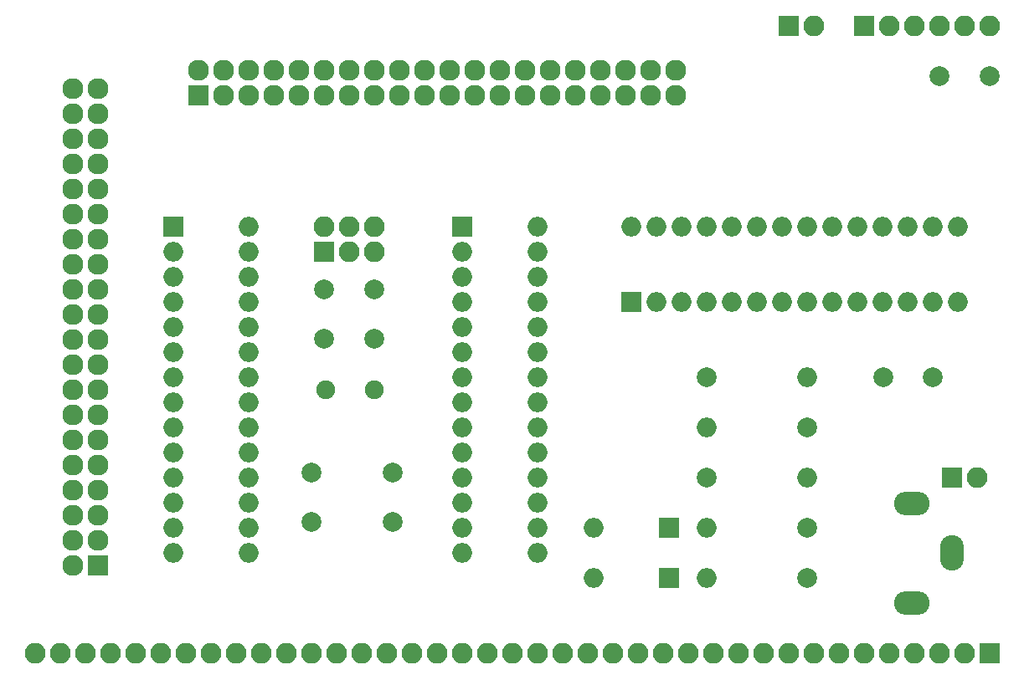
<source format=gts>
G04 #@! TF.FileFunction,Soldermask,Top*
%FSLAX46Y46*%
G04 Gerber Fmt 4.6, Leading zero omitted, Abs format (unit mm)*
G04 Created by KiCad (PCBNEW 4.0.6) date 06/11/17 19:20:35*
%MOMM*%
%LPD*%
G01*
G04 APERTURE LIST*
%ADD10C,0.100000*%
%ADD11R,2.000000X2.000000*%
%ADD12O,2.000000X2.000000*%
%ADD13C,2.000000*%
%ADD14R,2.100000X2.100000*%
%ADD15O,2.100000X2.100000*%
%ADD16R,2.127200X2.127200*%
%ADD17O,2.127200X2.127200*%
%ADD18O,3.597860X2.398980*%
%ADD19O,2.398980X3.597860*%
%ADD20C,1.900000*%
G04 APERTURE END LIST*
D10*
D11*
X160655000Y-102870000D03*
D12*
X168275000Y-135890000D03*
X160655000Y-105410000D03*
X168275000Y-133350000D03*
X160655000Y-107950000D03*
X168275000Y-130810000D03*
X160655000Y-110490000D03*
X168275000Y-128270000D03*
X160655000Y-113030000D03*
X168275000Y-125730000D03*
X160655000Y-115570000D03*
X168275000Y-123190000D03*
X160655000Y-118110000D03*
X168275000Y-120650000D03*
X160655000Y-120650000D03*
X168275000Y-118110000D03*
X160655000Y-123190000D03*
X168275000Y-115570000D03*
X160655000Y-125730000D03*
X168275000Y-113030000D03*
X160655000Y-128270000D03*
X168275000Y-110490000D03*
X160655000Y-130810000D03*
X168275000Y-107950000D03*
X160655000Y-133350000D03*
X168275000Y-105410000D03*
X160655000Y-135890000D03*
X168275000Y-102870000D03*
D13*
X153670000Y-132715000D03*
X153670000Y-127715000D03*
X213995000Y-87630000D03*
X208995000Y-87630000D03*
X151765000Y-109220000D03*
X151765000Y-114220000D03*
X146685000Y-109220000D03*
X146685000Y-114220000D03*
D11*
X181610000Y-133350000D03*
D12*
X173990000Y-133350000D03*
D11*
X181610000Y-138430000D03*
D12*
X173990000Y-138430000D03*
D14*
X213995000Y-146050000D03*
D15*
X211455000Y-146050000D03*
X208915000Y-146050000D03*
X206375000Y-146050000D03*
X203835000Y-146050000D03*
X201295000Y-146050000D03*
X198755000Y-146050000D03*
X196215000Y-146050000D03*
X193675000Y-146050000D03*
X191135000Y-146050000D03*
X188595000Y-146050000D03*
X186055000Y-146050000D03*
X183515000Y-146050000D03*
X180975000Y-146050000D03*
X178435000Y-146050000D03*
X175895000Y-146050000D03*
X173355000Y-146050000D03*
X170815000Y-146050000D03*
X168275000Y-146050000D03*
X165735000Y-146050000D03*
X163195000Y-146050000D03*
X160655000Y-146050000D03*
X158115000Y-146050000D03*
X155575000Y-146050000D03*
X153035000Y-146050000D03*
X150495000Y-146050000D03*
X147955000Y-146050000D03*
X145415000Y-146050000D03*
X142875000Y-146050000D03*
X140335000Y-146050000D03*
X137795000Y-146050000D03*
X135255000Y-146050000D03*
X132715000Y-146050000D03*
X130175000Y-146050000D03*
X127635000Y-146050000D03*
X125095000Y-146050000D03*
X122555000Y-146050000D03*
X120015000Y-146050000D03*
X117475000Y-146050000D03*
D16*
X123825000Y-137160000D03*
D17*
X121285000Y-137160000D03*
X123825000Y-134620000D03*
X121285000Y-134620000D03*
X123825000Y-132080000D03*
X121285000Y-132080000D03*
X123825000Y-129540000D03*
X121285000Y-129540000D03*
X123825000Y-127000000D03*
X121285000Y-127000000D03*
X123825000Y-124460000D03*
X121285000Y-124460000D03*
X123825000Y-121920000D03*
X121285000Y-121920000D03*
X123825000Y-119380000D03*
X121285000Y-119380000D03*
X123825000Y-116840000D03*
X121285000Y-116840000D03*
X123825000Y-114300000D03*
X121285000Y-114300000D03*
X123825000Y-111760000D03*
X121285000Y-111760000D03*
X123825000Y-109220000D03*
X121285000Y-109220000D03*
X123825000Y-106680000D03*
X121285000Y-106680000D03*
X123825000Y-104140000D03*
X121285000Y-104140000D03*
X123825000Y-101600000D03*
X121285000Y-101600000D03*
X123825000Y-99060000D03*
X121285000Y-99060000D03*
X123825000Y-96520000D03*
X121285000Y-96520000D03*
X123825000Y-93980000D03*
X121285000Y-93980000D03*
X123825000Y-91440000D03*
X121285000Y-91440000D03*
X123825000Y-88900000D03*
X121285000Y-88900000D03*
D18*
X206187040Y-130835400D03*
D19*
X210185000Y-135890000D03*
D18*
X206187040Y-140944600D03*
D14*
X201295000Y-82550000D03*
D15*
X203835000Y-82550000D03*
X206375000Y-82550000D03*
X208915000Y-82550000D03*
X211455000Y-82550000D03*
X213995000Y-82550000D03*
D14*
X146685000Y-105410000D03*
D15*
X146685000Y-102870000D03*
X149225000Y-105410000D03*
X149225000Y-102870000D03*
X151765000Y-105410000D03*
X151765000Y-102870000D03*
D14*
X193675000Y-82550000D03*
D15*
X196215000Y-82550000D03*
D13*
X195580000Y-133350000D03*
D12*
X185420000Y-133350000D03*
D13*
X195580000Y-138430000D03*
D12*
X185420000Y-138430000D03*
D13*
X185420000Y-128270000D03*
D12*
X195580000Y-128270000D03*
D13*
X195580000Y-123190000D03*
D12*
X185420000Y-123190000D03*
D20*
X151765000Y-119380000D03*
X146885000Y-119380000D03*
D14*
X210185000Y-128270000D03*
D15*
X212725000Y-128270000D03*
D16*
X133985000Y-89535000D03*
D17*
X133985000Y-86995000D03*
X136525000Y-89535000D03*
X136525000Y-86995000D03*
X139065000Y-89535000D03*
X139065000Y-86995000D03*
X141605000Y-89535000D03*
X141605000Y-86995000D03*
X144145000Y-89535000D03*
X144145000Y-86995000D03*
X146685000Y-89535000D03*
X146685000Y-86995000D03*
X149225000Y-89535000D03*
X149225000Y-86995000D03*
X151765000Y-89535000D03*
X151765000Y-86995000D03*
X154305000Y-89535000D03*
X154305000Y-86995000D03*
X156845000Y-89535000D03*
X156845000Y-86995000D03*
X159385000Y-89535000D03*
X159385000Y-86995000D03*
X161925000Y-89535000D03*
X161925000Y-86995000D03*
X164465000Y-89535000D03*
X164465000Y-86995000D03*
X167005000Y-89535000D03*
X167005000Y-86995000D03*
X169545000Y-89535000D03*
X169545000Y-86995000D03*
X172085000Y-89535000D03*
X172085000Y-86995000D03*
X174625000Y-89535000D03*
X174625000Y-86995000D03*
X177165000Y-89535000D03*
X177165000Y-86995000D03*
X179705000Y-89535000D03*
X179705000Y-86995000D03*
X182245000Y-89535000D03*
X182245000Y-86995000D03*
D13*
X185420000Y-118110000D03*
D12*
X195580000Y-118110000D03*
D11*
X177800000Y-110490000D03*
D12*
X210820000Y-102870000D03*
X180340000Y-110490000D03*
X208280000Y-102870000D03*
X182880000Y-110490000D03*
X205740000Y-102870000D03*
X185420000Y-110490000D03*
X203200000Y-102870000D03*
X187960000Y-110490000D03*
X200660000Y-102870000D03*
X190500000Y-110490000D03*
X198120000Y-102870000D03*
X193040000Y-110490000D03*
X195580000Y-102870000D03*
X195580000Y-110490000D03*
X193040000Y-102870000D03*
X198120000Y-110490000D03*
X190500000Y-102870000D03*
X200660000Y-110490000D03*
X187960000Y-102870000D03*
X203200000Y-110490000D03*
X185420000Y-102870000D03*
X205740000Y-110490000D03*
X182880000Y-102870000D03*
X208280000Y-110490000D03*
X180340000Y-102870000D03*
X210820000Y-110490000D03*
X177800000Y-102870000D03*
D11*
X131445000Y-102870000D03*
D12*
X139065000Y-135890000D03*
X131445000Y-105410000D03*
X139065000Y-133350000D03*
X131445000Y-107950000D03*
X139065000Y-130810000D03*
X131445000Y-110490000D03*
X139065000Y-128270000D03*
X131445000Y-113030000D03*
X139065000Y-125730000D03*
X131445000Y-115570000D03*
X139065000Y-123190000D03*
X131445000Y-118110000D03*
X139065000Y-120650000D03*
X131445000Y-120650000D03*
X139065000Y-118110000D03*
X131445000Y-123190000D03*
X139065000Y-115570000D03*
X131445000Y-125730000D03*
X139065000Y-113030000D03*
X131445000Y-128270000D03*
X139065000Y-110490000D03*
X131445000Y-130810000D03*
X139065000Y-107950000D03*
X131445000Y-133350000D03*
X139065000Y-105410000D03*
X131445000Y-135890000D03*
X139065000Y-102870000D03*
D13*
X145415000Y-132715000D03*
X145415000Y-127715000D03*
X208280000Y-118110000D03*
X203280000Y-118110000D03*
M02*

</source>
